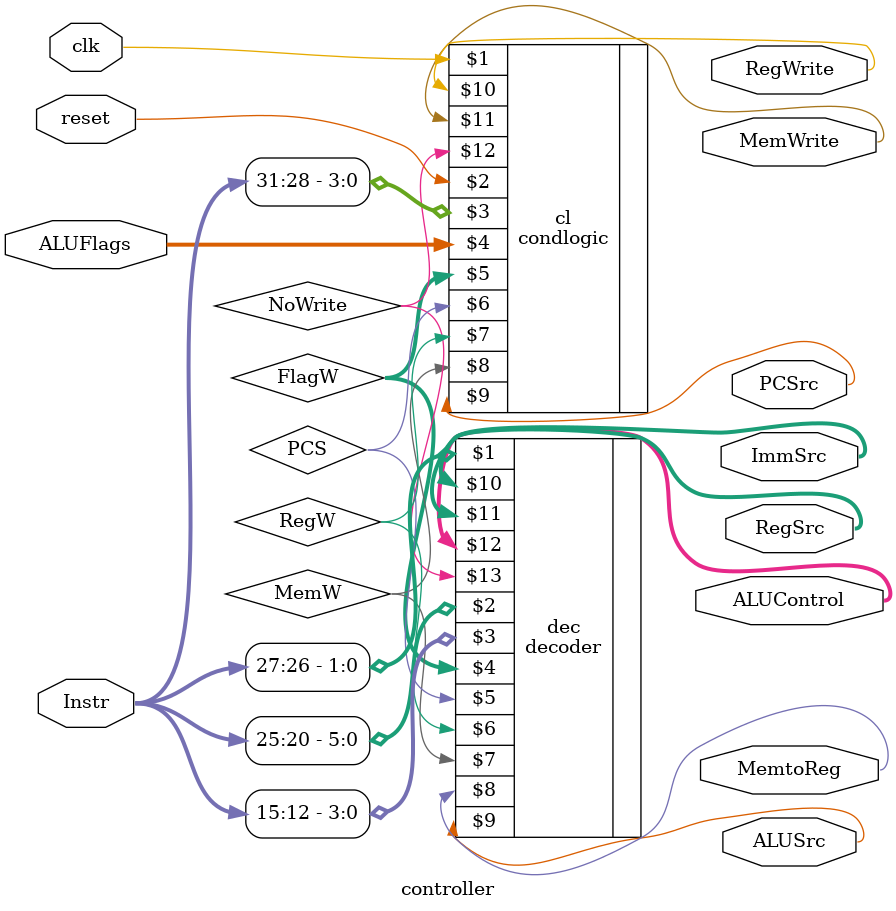
<source format=sv>
module controller(input logic clk, reset,
						input logic [31:12] Instr,
						input logic [3:0] ALUFlags,
						output logic [1:0] RegSrc,
						output logic RegWrite,
						output logic [1:0] ImmSrc,
						output logic ALUSrc,
						output logic [3:0] ALUControl,
						output logic MemWrite, MemtoReg,
						output logic PCSrc);
						
	logic [1:0] FlagW;
	logic PCS, RegW, MemW, NoWrite;
	
	decoder dec(Instr[27:26], Instr[25:20], Instr[15:12],
					FlagW, PCS, RegW, MemW,
					MemtoReg, ALUSrc, ImmSrc, RegSrc, ALUControl, NoWrite);
					
	condlogic cl(clk, reset, Instr[31:28], ALUFlags,
						FlagW, PCS, RegW, MemW,
						PCSrc, RegWrite, MemWrite, NoWrite);
					
endmodule
</source>
